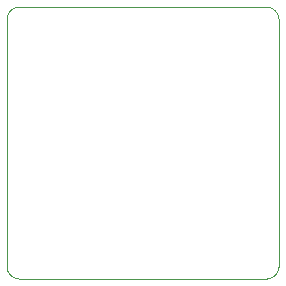
<source format=gbr>
G04 #@! TF.GenerationSoftware,KiCad,Pcbnew,(5.1.9)-1*
G04 #@! TF.CreationDate,2021-04-25T10:49:25+05:30*
G04 #@! TF.ProjectId,LOGIC LEVEL SHIFTER,4c4f4749-4320-44c4-9556-454c20534849,rev?*
G04 #@! TF.SameCoordinates,Original*
G04 #@! TF.FileFunction,Profile,NP*
%FSLAX46Y46*%
G04 Gerber Fmt 4.6, Leading zero omitted, Abs format (unit mm)*
G04 Created by KiCad (PCBNEW (5.1.9)-1) date 2021-04-25 10:49:25*
%MOMM*%
%LPD*%
G01*
G04 APERTURE LIST*
G04 #@! TA.AperFunction,Profile*
%ADD10C,0.050000*%
G04 #@! TD*
G04 APERTURE END LIST*
D10*
X-1500000Y-20500000D02*
G75*
G02*
X-2500000Y-19500000I0J1000000D01*
G01*
X-2500000Y1500000D02*
G75*
G02*
X-1500000Y2500000I1000000J0D01*
G01*
X20500000Y-19500000D02*
G75*
G02*
X19500000Y-20500000I-1000000J0D01*
G01*
X19500000Y2500000D02*
G75*
G02*
X20500000Y1500000I0J-1000000D01*
G01*
X-2500000Y-19500000D02*
X-2500000Y1500000D01*
X19500000Y-20500000D02*
X-1500000Y-20500000D01*
X20500000Y1500000D02*
X20500000Y-19500000D01*
X-1500000Y2500000D02*
X19500000Y2500000D01*
M02*

</source>
